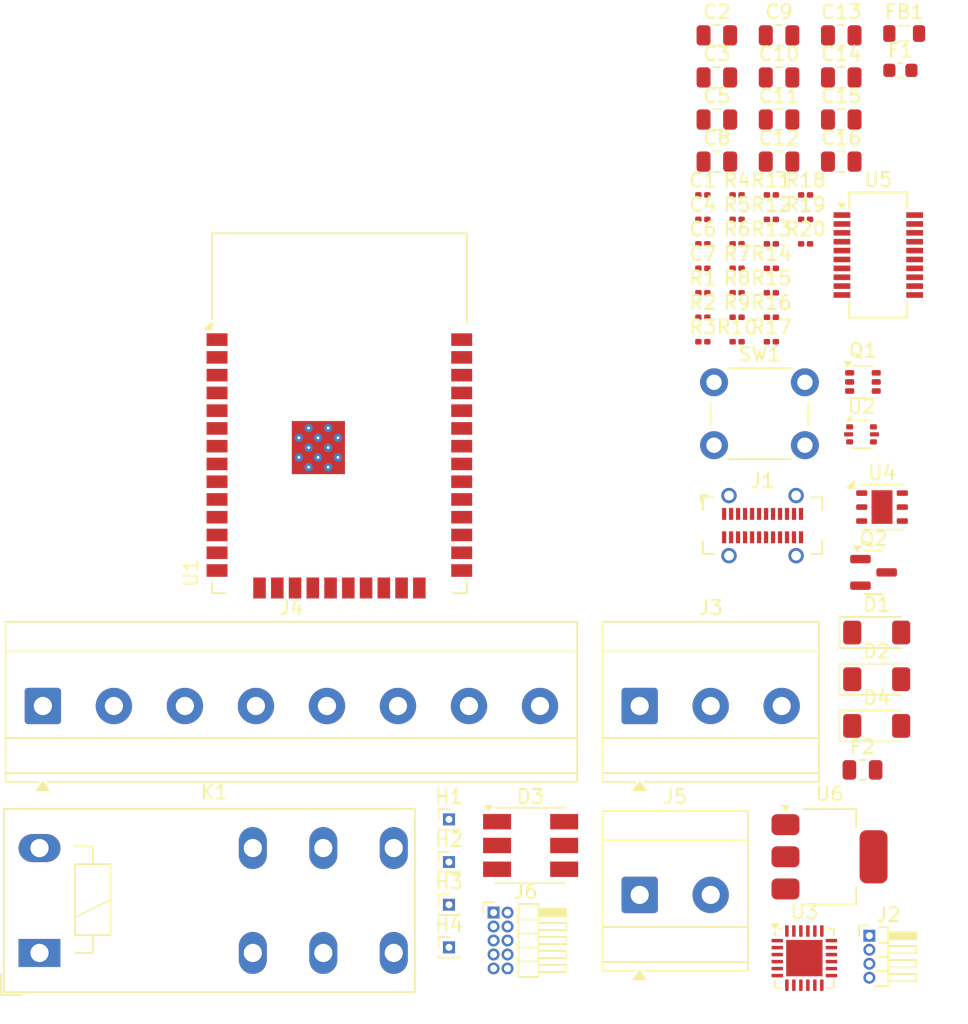
<source format=kicad_pcb>
(kicad_pcb (version 20241229) (generator "pcbnew") (generator_version "9.0")
  (layers (0 "F.Cu" signal) (2 "B.Cu" signal) (13 "F.Paste" user) (15 "B.Paste" user) (5 "F.SilkS" user "F.Silkscreen") (7 "B.SilkS" user "B.Silkscreen") (1 "F.Mask" user) (3 "B.Mask" user) (25 "Edge.Cuts" user))
  (net 0 "")
  (net 1 "GND")
  (net 2 "Net-(J5-Pin_1)")
  (net 3 "+5V")
  (net 4 "+3.3VA")
  (net 5 "Net-(U3-VPP)")
  (net 6 "+3.3V")
  (net 7 "/SW")
  (net 8 "/EN")
  (net 9 "Net-(D1-A)")
  (net 10 "Net-(D2-A)")
  (net 11 "Net-(D3-RK)")
  (net 12 "Net-(D3-GK)")
  (net 13 "Net-(D3-BK)")
  (net 14 "Net-(D4-A)")
  (net 15 "Net-(J4-Pin_1)")
  (net 16 "Net-(F2-Pad1)")
  (net 17 "Net-(J1-D+-PadA6)")
  (net 19 "Net-(J1-D--PadA7)")
  (net 21 "Net-(J1-CC1)")
  (net 22 "Net-(J1-CC2)")
  (net 23 "/SCL")
  (net 24 "/SDA")
  (net 25 "Net-(J3-Pin_2)")
  (net 26 "Net-(J3-Pin_1)")
  (net 27 "Net-(J3-Pin_3)")
  (net 28 "Net-(J4-Pin_3)")
  (net 29 "Net-(J4-Pin_4)")
  (net 30 "Net-(J4-Pin_5)")
  (net 31 "Net-(J4-Pin_6)")
  (net 32 "/GPIO34")
  (net 33 "/GPIO27")
  (net 34 "/GPIO35")
  (net 35 "/GPIO26")
  (net 36 "/GPIO33")
  (net 37 "/GPIO32")
  (net 38 "/DTR")
  (net 39 "/RTS")
  (net 40 "/IO0")
  (net 41 "Net-(Q2-B)")
  (net 42 "Net-(U3-~{RST})")
  (net 43 "Net-(U3-TXD)")
  (net 44 "/TX")
  (net 45 "Net-(U3-RXD)")
  (net 46 "/RX")
  (net 47 "/LED_R")
  (net 48 "/LED_G")
  (net 49 "/LED_B")
  (net 50 "/RELAY")
  (net 51 "Net-(U5-B0)")
  (net 52 "Net-(U5-B1)")
  (net 54 "Net-(U5-B3)")
  (net 56 "/LEDSTR1")
  (net 61 "/LEDSTR2")
  (net 63 "/LEDSTR4")
  (net 70 "/LEDSTR3")
  (net 72 "Net-(U3-D+)")
  (net 73 "+5VP")
  (net 74 "Net-(U3-D-)")
  (footprint "Resistor_SMD:R_0201_0603Metric" (layer "F.Cu") (at 161.215 74.02)
    (property "Reference" "R3" (at 0 -1.05 0) (layer "F.SilkS"))
    (property "Value" "10K")
    (pad "1" smd roundrect (at -0.32 0) (size 0.46 0.4) (layers "F.Cu" "F.Mask") (net 4 "+3.3VA"))
    (pad "2" smd roundrect (at 0.32 0) (size 0.46 0.4) (layers "F.Cu" "F.Mask") (net 42 "Net-(U3-~{RST})"))
  )
  (footprint "Connector_PinHeader_1.00mm:PinHeader_1x01_P1.00mm_Vertical" (layer "F.Cu") (at 143.055 111.23)
    (property "Reference" "H2" (at 0 -1.61 0) (layer "F.SilkS"))
    (property "Value" "Hole_Pad")
    (pad "1" thru_hole rect (at 0 0) (size 0.85 0.85) (drill 0.5) (layers "*.Cu" "*.Mask") (net 1 "GND"))
  )
  (footprint "Capacitor_SMD:C_0805_2012Metric" (layer "F.Cu") (at 171.115 52.11)
    (property "Reference" "C13" (at 0 -1.68 0) (layer "F.SilkS"))
    (property "Value" "100n")
    (pad "1" smd roundrect (at -0.95 0) (size 1 1.45) (layers "F.Cu" "F.Mask" "F.Paste") (net 6 "+3.3V"))
    (pad "2" smd roundrect (at 0.95 0) (size 1 1.45) (layers "F.Cu" "F.Mask" "F.Paste") (net 1 "GND"))
  )
  (footprint "TerminalBlock_Phoenix:TerminalBlock_Phoenix_MKDS-3-2-5.08_1x02_P5.08mm_Horizontal" (layer "F.Cu") (at 156.695 113.58)
    (property "Reference" "J5" (at 2.54 -7.02 0) (layer "F.SilkS"))
    (property "Value" "Screw_01x02")
    (pad "1" thru_hole roundrect (at 0 0) (size 2.6 2.6) (drill 1.3) (layers "*.Cu" "*.Mask") (roundrect_rratio 0.096154) (net 2 "Net-(J5-Pin_1)"))
    (pad "2" thru_hole circle (at 5.08 0) (size 2.6 2.6) (drill 1.3) (layers "*.Cu" "*.Mask") (net 1 "GND"))
  )
  (footprint "Resistor_SMD:R_0201_0603Metric" (layer "F.Cu") (at 166.115 74.02)
    (property "Reference" "R17" (at 0 -1.05 0) (layer "F.SilkS"))
    (property "Value" "22R")
    (pad "1" smd roundrect (at -0.32 0) (size 0.46 0.4) (layers "F.Cu" "F.Mask") (net 51 "Net-(U5-B0)"))
    (pad "2" smd roundrect (at 0.32 0) (size 0.46 0.4) (layers "F.Cu" "F.Mask") (net 28 "Net-(J4-Pin_3)"))
  )
  (footprint "Connector_PinHeader_1.00mm:PinHeader_1x04_P1.00mm_Horizontal" (layer "F.Cu") (at 173.125 116.5)
    (property "Reference" "J2" (at 1.375 -1.5 0) (layer "F.SilkS"))
    (property "Value" "Conn_01x04")
    (pad "1" thru_hole rect (at 0 0) (size 0.85 0.85) (drill 0.5) (layers "*.Cu" "*.Mask") (net 1 "GND"))
    (pad "2" thru_hole circle (at 0 1) (size 0.85 0.85) (drill 0.5) (layers "*.Cu" "*.Mask") (net 6 "+3.3V"))
    (pad "3" thru_hole circle (at 0 2) (size 0.85 0.85) (drill 0.5) (layers "*.Cu" "*.Mask") (net 24 "/SDA"))
    (pad "4" thru_hole circle (at 0 3) (size 0.85 0.85) (drill 0.5) (layers "*.Cu" "*.Mask") (net 23 "/SCL"))
  )
  (footprint "LED_SMD:LED_RGB_5050-6" (layer "F.Cu") (at 148.895 110.045)
    (property "Reference" "D3" (at 0 -3.5 180) (layer "F.SilkS"))
    (property "Value" "LED_RGBA")
    (pad "1" smd rect (at -2.4 -1.7 90) (size 1.1 2) (layers "F.Cu" "F.Mask" "F.Paste") (net 11 "Net-(D3-RK)"))
    (pad "2" smd rect (at -2.4 0 90) (size 1.1 2) (layers "F.Cu" "F.Mask" "F.Paste") (net 12 "Net-(D3-GK)"))
    (pad "3" smd rect (at -2.4 1.7 90) (size 1.1 2) (layers "F.Cu" "F.Mask" "F.Paste") (net 13 "Net-(D3-BK)"))
    (pad "4" smd rect (at 2.4 1.7 90) (size 1.1 2) (layers "F.Cu" "F.Mask" "F.Paste") (net 6 "+3.3V"))
    (pad "5" smd rect (at 2.4 0 90) (size 1.1 2) (layers "F.Cu" "F.Mask" "F.Paste"))
    (pad "6" smd rect (at 2.4 -1.7 90) (size 1.1 2) (layers "F.Cu" "F.Mask" "F.Paste"))
  )
  (footprint "Capacitor_SMD:C_0201_0603Metric" (layer "F.Cu") (at 161.215 65.27)
    (property "Reference" "C4" (at 0 -1.05 0) (layer "F.SilkS"))
    (property "Value" "4u7")
    (pad "1" smd roundrect (at -0.32 0) (size 0.46 0.4) (layers "F.Cu" "F.Mask") (net 3 "+5V"))
    (pad "2" smd roundrect (at 0.32 0) (size 0.46 0.4) (layers "F.Cu" "F.Mask") (net 1 "GND"))
  )
  (footprint "Package_TO_SOT_SMD:SOT-223-3_TabPin2" (layer "F.Cu") (at 170.275 110.855)
    (property "Reference" "U6" (at 0 -4.5 0) (layer "F.SilkS"))
    (property "Value" "TLV1117TV-3.3")
    (pad "1" smd roundrect (at -3.15 -2.3) (size 2 1.5) (layers "F.Cu" "F.Mask" "F.Paste") (net 1 "GND"))
    (pad "2" smd roundrect (at -3.15 0) (size 2 1.5) (layers "F.Cu" "F.Mask" "F.Paste") (net 6 "+3.3V"))
    (pad "2" smd roundrect (at 3.15 0) (size 2 3.8) (layers "F.Cu" "F.Mask" "F.Paste") (net 6 "+3.3V"))
    (pad "3" smd roundrect (at -3.15 2.3) (size 2 1.5) (layers "F.Cu" "F.Mask" "F.Paste") (net 3 "+5V"))
  )
  (footprint "Connector_PinHeader_1.00mm:PinHeader_2x05_P1.00mm_Horizontal" (layer "F.Cu") (at 146.245 114.84)
    (property "Reference" "J6" (at 2.3 -1.5 0) (layer "F.SilkS"))
    (property "Value" "Conn_02x05_Odd_Even")
    (pad "1" thru_hole rect (at 0 0) (size 0.85 0.85) (drill 0.5) (layers "*.Cu" "*.Mask") (net 6 "+3.3V"))
    (pad "2" thru_hole circle (at 1 0) (size 0.85 0.85) (drill 0.5) (layers "*.Cu" "*.Mask") (net 6 "+3.3V"))
    (pad "3" thru_hole circle (at 0 1) (size 0.85 0.85) (drill 0.5) (layers "*.Cu" "*.Mask") (net 35 "/GPIO26"))
    (pad "4" thru_hole circle (at 1 1) (size 0.85 0.85) (drill 0.5) (layers "*.Cu" "*.Mask") (net 36 "/GPIO33"))
    (pad "5" thru_hole circle (at 0 2) (size 0.85 0.85) (drill 0.5) (layers "*.Cu" "*.Mask") (net 33 "/GPIO27"))
    (pad "6" thru_hole circle (at 1 2) (size 0.85 0.85) (drill 0.5) (layers "*.Cu" "*.Mask") (net 32 "/GPIO34"))
    (pad "7" thru_hole circle (at 0 3) (size 0.85 0.85) (drill 0.5) (layers "*.Cu" "*.Mask") (net 37 "/GPIO32"))
    (pad "8" thru_hole circle (at 1 3) (size 0.85 0.85) (drill 0.5) (layers "*.Cu" "*.Mask") (net 34 "/GPIO35"))
    (pad "9" thru_hole circle (at 0 4) (size 0.85 0.85) (drill 0.5) (layers "*.Cu" "*.Mask") (net 1 "GND"))
    (pad "10" thru_hole circle (at 1 4) (size 0.85 0.85) (drill 0.5) (layers "*.Cu" "*.Mask") (net 1 "GND"))
  )
  (footprint "Capacitor_SMD:C_0805_2012Metric" (layer "F.Cu") (at 162.215 58.13)
    (property "Reference" "C5" (at 0 -1.68 0) (layer "F.SilkS"))
    (property "Value" "22u")
    (pad "1" smd roundrect (at -0.95 0) (size 1 1.45) (layers "F.Cu" "F.Mask" "F.Paste") (net 4 "+3.3VA"))
    (pad "2" smd roundrect (at 0.95 0) (size 1 1.45) (layers "F.Cu" "F.Mask" "F.Paste") (net 1 "GND"))
  )
  (footprint "Capacitor_SMD:C_0805_2012Metric" (layer "F.Cu") (at 162.215 61.14)
    (property "Reference" "C8" (at 0 -1.68 0) (layer "F.SilkS"))
    (property "Value" "22u")
    (pad "1" smd roundrect (at -0.95 0) (size 1 1.45) (layers "F.Cu" "F.Mask" "F.Paste") (net 3 "+5V"))
    (pad "2" smd roundrect (at 0.95 0) (size 1 1.45) (layers "F.Cu" "F.Mask" "F.Paste") (net 1 "GND"))
  )
  (footprint "Capacitor_SMD:C_0201_0603Metric" (layer "F.Cu") (at 161.215 67.02)
    (property "Reference" "C6" (at 0 -1.05 0) (layer "F.SilkS"))
    (property "Value" "100")
    (pad "1" smd roundrect (at -0.32 0) (size 0.46 0.4) (layers "F.Cu" "F.Mask") (net 4 "+3.3VA"))
    (pad "2" smd roundrect (at 0.32 0) (size 0.46 0.4) (layers "F.Cu" "F.Mask") (net 1 "GND"))
  )
  (footprint "Resistor_SMD:R_0201_0603Metric" (layer "F.Cu") (at 168.565 67.02)
    (property "Reference" "R20" (at 0 -1.05 0) (layer "F.SilkS"))
    (property "Value" "22R")
    (pad "1" smd roundrect (at -0.32 0) (size 0.46 0.4) (layers "F.Cu" "F.Mask") (net 54 "Net-(U5-B3)"))
    (pad "2" smd roundrect (at 0.32 0) (size 0.46 0.4) (layers "F.Cu" "F.Mask") (net 31 "Net-(J4-Pin_6)"))
  )
  (footprint "Capacitor_SMD:C_0805_2012Metric" (layer "F.Cu") (at 162.215 55.12)
    (property "Reference" "C3" (at 0 -1.68 0) (layer "F.SilkS"))
    (property "Value" "100n")
    (pad "1" smd roundrect (at -0.95 0) (size 1 1.45) (layers "F.Cu" "F.Mask" "F.Paste") (net 3 "+5V"))
    (pad "2" smd roundrect (at 0.95 0) (size 1 1.45) (layers "F.Cu" "F.Mask" "F.Paste") (net 1 "GND"))
  )
  (footprint "Diode_SMD:D_MiniMELF" (layer "F.Cu") (at 173.65 98.155)
    (property "Reference" "D2" (at 0 -2 0) (layer "F.SilkS"))
    (property "Value" "LED")
    (pad "1" smd roundrect (at -1.75 0) (size 1.3 1.7) (layers "F.Cu" "F.Mask" "F.Paste") (roundrect_rratio 0.1923076923) (net 9 "Net-(D1-A)"))
    (pad "2" smd roundrect (at 1.75 0) (size 1.3 1.7) (layers "F.Cu" "F.Mask" "F.Paste") (roundrect_rratio 0.1923076923) (net 10 "Net-(D2-A)"))
  )
  (footprint "Resistor_SMD:R_0201_0603Metric" (layer "F.Cu") (at 163.665 65.27)
    (property "Reference" "R5" (at 0 -1.05 0) (layer "F.SilkS"))
    (property "Value" "22R")
    (pad "1" smd roundrect (at -0.32 0) (size 0.46 0.4) (layers "F.Cu" "F.Mask") (net 45 "Net-(U3-RXD)"))
    (pad "2" smd roundrect (at 0.32 0) (size 0.46 0.4) (layers "F.Cu" "F.Mask") (net 46 "/RX"))
  )
  (footprint "Capacitor_SMD:C_0805_2012Metric" (layer "F.Cu") (at 166.665 55.12)
    (property "Reference" "C10" (at 0 -1.68 0) (layer "F.SilkS"))
    (property "Value" "100n")
    (pad "1" smd roundrect (at -0.95 0) (size 1 1.45) (layers "F.Cu" "F.Mask" "F.Paste") (net 7 "/SW"))
    (pad "2" smd roundrect (at 0.95 0) (size 1 1.45) (layers "F.Cu" "F.Mask" "F.Paste") (net 1 "GND"))
  )
  (footprint "Resistor_SMD:R_0201_0603Metric" (layer "F.Cu") (at 166.115 63.52)
    (property "Reference" "R11" (at 0 -1.05 0) (layer "F.SilkS"))
    (property "Value" "10K")
    (pad "1" smd roundrect (at -0.32 0) (size 0.46 0.4) (layers "F.Cu" "F.Mask") (net 6 "+3.3V"))
    (pad "2" smd roundrect (at 0.32 0) (size 0.46 0.4) (layers "F.Cu" "F.Mask") (net 8 "/EN"))
  )
  (footprint "Capacitor_SMD:C_0805_2012Metric" (layer "F.Cu") (at 162.215 52.11)
    (property "Reference" "C2" (at 0 -1.68 0) (layer "F.SilkS"))
    (property "Value" "22u")
    (pad "1" smd roundrect (at -0.95 0) (size 1 1.45) (layers "F.Cu" "F.Mask" "F.Paste") (net 3 "+5V"))
    (pad "2" smd roundrect (at 0.95 0) (size 1 1.45) (layers "F.Cu" "F.Mask" "F.Paste") (net 1 "GND"))
  )
  (footprint "Relay_THT:Relay_SPDT_Schrack-RT1-16A-FormC_RM5mm" (layer "F.Cu") (at 113.765 117.73)
    (property "Reference" "K1" (at 12.5 -11.5 0) (layer "F.SilkS"))
    (property "Value" "RT314A05")
    (pad "11" thru_hole oval (at 20.3 -7.5 180) (size 2 3) (drill 1.3) (layers "*.Cu" "*.Mask") (net 25 "Net-(J3-Pin_2)"))
    (pad "11" thru_hole oval (at 20.3 0 180) (size 2 3) (drill 1.3) (layers "*.Cu" "*.Mask") (net 25 "Net-(J3-Pin_2)"))
    (pad "12" thru_hole oval (at 15.26 -7.5 180) (size 2 3) (drill 1.3) (layers "*.Cu" "*.Mask") (net 26 "Net-(J3-Pin_1)"))
    (pad "12" thru_hole oval (at 15.26 0 180) (size 2 3) (drill 1.3) (layers "*.Cu" "*.Mask") (net 26 "Net-(J3-Pin_1)"))
    (pad "14" thru_hole oval (at 25.34 -7.5 180) (size 2 3) (drill 1.3) (layers "*.Cu" "*.Mask") (net 27 "Net-(J3-Pin_3)"))
    (pad "14" thru_hole oval (at 25.34 0 180) (size 2 3) (drill 1.3) (layers "*.Cu" "*.Mask") (net 27 "Net-(J3-Pin_3)"))
    (pad "A1" thru_hole rect (at 0 0 180) (size 3 2) (drill 1.3) (layers "*.Cu" "*.Mask") (net 3 "+5V"))
    (pad "A2" thru_hole oval (at 0 -7.5 180) (size 3 2) (drill 1.3) (layers "*.Cu" "*.Mask") (net 9 "Net-(D1-A)"))
  )
  (footprint "Inductor_SMD:L_0805_2012Metric" (layer "F.Cu") (at 175.615 51.98)
    (property "Reference" "FB1" (at 0 -1.55 0) (layer "F.SilkS"))
    (property "Value" "BM21PG221")
    (pad "1" smd roundrect (at -1.0625 0) (size 0.875 1.2) (layers "F.Cu" "F.Mask" "F.Paste") (net 3 "+5V"))
    (pad "2" smd roundrect (at 1.0625 0) (size 0.875 1.2) (layers "F.Cu" "F.Mask" "F.Paste") (net 16 "Net-(F2-Pad1)"))
  )
  (footprint "Resistor_SMD:R_0201_0603Metric" (layer "F.Cu") (at 163.665 68.77)
    (property "Reference" "R7" (at 0 -1.05 0) (layer "F.SilkS"))
    (property "Value" "10K")
    (pad "1" smd roundrect (at -0.32 0) (size 0.46 0.4) (layers "F.Cu" "F.Mask") (net 6 "+3.3V"))
    (pad "2" smd roundrect (at 0.32 0) (size 0.46 0.4) (layers "F.Cu" "F.Mask") (net 7 "/SW"))
  )
  (footprint "Package_TO_SOT_SMD:SOT-363_SC-70-6" (layer "F.Cu") (at 172.665 76.895)
    (property "Reference" "Q1" (at 0 -2.25 0) (layer "F.SilkS"))
    (property "Value" "UMH3N")
    (pad "1" smd roundrect (at -0.95 -0.65) (size 0.65 0.4) (layers "F.Cu" "F.Mask" "F.Paste") (net 38 "/DTR"))
    (pad "2" smd roundrect (at -0.95 0) (size 0.65 0.4) (layers "F.Cu" "F.Mask" "F.Paste") (net 39 "/RTS"))
    (pad "3" smd roundrect (at -0.95 0.65) (size 0.65 0.4) (layers "F.Cu" "F.Mask" "F.Paste") (net 39 "/RTS"))
    (pad "4" smd roundrect (at 0.95 0.65) (size 0.65 0.4) (layers "F.Cu" "F.Mask" "F.Paste") (net 8 "/EN"))
    (pad "5" smd roundrect (at 0.95 0) (size 0.65 0.4) (layers "F.Cu" "F.Mask" "F.Paste") (net 38 "/DTR"))
    (pad "6" smd roundrect (at 0.95 -0.65) (size 0.65 0.4) (layers "F.Cu" "F.Mask" "F.Paste") (net 40 "/IO0"))
  )
  (footprint "Resistor_SMD:R_0201_0603Metric" (layer "F.Cu") (at 161.215 70.52)
    (property "Reference" "R1" (at 0 -1.05 0) (layer "F.SilkS"))
    (property "Value" "10K")
    (pad "1" smd roundrect (at -0.32 0) (size 0.46 0.4) (layers "F.Cu" "F.Mask") (net 22 "Net-(J1-CC2)"))
    (pad "2" smd roundrect (at 0.32 0) (size 0.46 0.4) (layers "F.Cu" "F.Mask") (net 1 "GND"))
  )
  (footprint "Resistor_SMD:R_0201_0603Metric" (layer "F.Cu") (at 166.115 70.52)
    (property "Reference" "R15" (at 0 -1.05 0) (layer "F.SilkS"))
    (property "Value" "1K")
    (pad "1" smd roundrect (at -0.32 0) (size 0.46 0.4) (layers "F.Cu" "F.Mask") (net 50 "/RELAY"))
    (pad "2" smd roundrect (at 0.32 0) (size 0.46 0.4) (layers "F.Cu" "F.Mask") (net 41 "Net-(Q2-B)"))
  )
  (footprint "Resistor_SMD:R_0201_0603Metric" (layer "F.Cu") (at 163.665 70.52)
    (property "Reference" "R8" (at 0 -1.05 0) (layer "F.SilkS"))
    (property "Value" "1K")
    (pad "1" smd roundrect (at -0.32 0) (size 0.46 0.4) (layers "F.Cu" "F.Mask") (net 47 "/LED_R"))
    (pad "2" smd roundrect (at 0.32 0) (size 0.46 0.4) (layers "F.Cu" "F.Mask") (net 11 "Net-(D3-RK)"))
  )
  (footprint "Package_DFN_QFN:DFN-6-1EP_3x3mm_P1mm_EP1.5x2.4mm" (layer "F.Cu") (at 174.03 85.845)
    (property "Reference" "U4" (at 0 -2.45 0) (layer "F.SilkS"))
    (property "Value" "Si7021-A20")
    (pad "1" smd roundrect (at -1.45 -1) (size 0.8 0.4) (layers "F.Cu" "F.Mask" "F.Paste") (net 24 "/SDA"))
    (pad "2" smd roundrect (at -1.45 0) (size 0.8 0.4) (layers "F.Cu" "F.Mask" "F.Paste") (net 1 "GND"))
    (pad "3" smd roundrect (at -1.45 1) (size 0.8 0.4) (layers "F.Cu" "F.Mask" "F.Paste"))
    (pad "4" smd roundrect (at 1.45 1) (size 0.8 0.4) (layers "F.Cu" "F.Mask" "F.Paste"))
    (pad "5" smd roundrect (at 1.45 0) (size 0.8 0.4) (layers "F.Cu" "F.Mask" "F.Paste") (net 6 "+3.3V"))
    (pad "6" smd roundrect (at 1.45 -1) (size 0.8 0.4) (layers "F.Cu" "F.Mask" "F.Paste") (net 23 "/SCL"))
    (pad "7" smd rect (at 0 0) (size 1.5 2.4) (property pad_prop_heatsink) (layers "F.Cu" "F.Mask"))
  )
  (footprint "Resistor_SMD:R_0201_0603Metric" (layer "F.Cu") (at 161.215 72.27)
    (property "Reference" "R2" (at 0 -1.05 0) (layer "F.SilkS"))
    (property "Value" "10K")
    (pad "1" smd roundrect (at -0.32 0) (size 0.46 0.4) (layers "F.Cu" "F.Mask") (net 21 "Net-(J1-CC1)"))
    (pad "2" smd roundrect (at 0.32 0) (size 0.46 0.4) (layers "F.Cu" "F.Mask") (net 1 "GND"))
  )
  (footprint "Diode_SMD:D_MiniMELF" (layer "F.Cu") (at 173.65 101.495)
    (property "Reference" "D4" (at 0 -2 0) (layer "F.SilkS"))
    (property "Value" "LED")
    (pad "1" smd roundrect (at -1.75 0) (size 1.3 1.7) (layers "F.Cu" "F.Mask" "F.Paste") (roundrect_rratio 0.1923076923) (net 1 "GND"))
    (pad "2" smd roundrect (at 1.75 0) (size 1.3 1.7) (layers "F.Cu" "F.Mask" "F.Paste") (roundrect_rratio 0.1923076923) (net 14 "Net-(D4-A)"))
  )
  (footprint "Capacitor_SMD:C_0805_2012Metric" (layer "F.Cu") (at 171.115 58.13)
    (property "Reference" "C15" (at 0 -1.68 0) (layer "F.SilkS"))
    (property "Value" "100n")
    (pad "1" smd roundrect (at -0.95 0) (size 1 1.45) (layers "F.Cu" "F.Mask" "F.Paste") (net 6 "+3.3V"))
    (pad "2" smd roundrect (at 0.95 0) (size 1 1.45) (layers "F.Cu" "F.Mask" "F.Paste") (net 1 "GND"))
  )
  (footprint "Resistor_SMD:R_0201_0603Metric" (layer "F.Cu") (at 166.115 72.27)
    (property "Reference" "R16" (at 0 -1.05 0) (layer "F.SilkS"))
    (property "Value" "1K")
    (pad "1" smd roundrect (at -0.32 0) (size 0.46 0.4) (layers "F.Cu" "F.Mask") (net 10 "Net-(D2-A)"))
    (pad "2" smd roundrect (at 0.32 0) (size 0.46 0.4) (layers "F.Cu" "F.Mask") (net 3 "+5V"))
  )
  (footprint "Diode_SMD:D_MiniMELF" (layer "F.Cu") (at 173.65 94.815)
    (property "Reference" "D1" (at 0 -2 0) (layer "F.SilkS"))
    (property "Value" "LL4148")
    (pad "1" smd roundrect (at -1.75 0) (size 1.3 1.7) (layers "F.Cu" "F.Mask" "F.Paste") (roundrect_rratio 0.1923076923) (net 3 "+5V"))
    (pad "2" smd roundrect (at 1.75 0) (size 1.3 1.7) (layers "F.Cu" "F.Mask" "F.Paste") (roundrect_rratio 0.1923076923) (net 9 "Net-(D1-A)"))
  )
  (footprint "Resistor_SMD:R_0201_0603Metric" (layer "F.Cu") (at 163.665 74.02)
    (property "Reference" "R10" (at 0 -1.05 0) (layer "F.SilkS"))
    (property "Value" "1K")
    (pad "1" smd roundrect (at -0.32 0) (size 0.46 0.4) (layers "F.Cu" "F.Mask") (net 49 "/LED_B"))
    (pad "2" smd roundrect (at 0.32 0) (size 0.46 0.4) (layers "F.Cu" "F.Mask") (net 13 "Net-(D3-BK)"))
  )
  (footprint "Capacitor_SMD:C_0201_0603Metric" (layer "F.Cu") (at 161.215 68.77)
    (property "Reference" "C7" (at 0 -1.05 0) (layer "F.SilkS"))
    (property "Value" "4u7")
    (pad "1" smd roundrect (at -0.32 0) (size 0.46 0.4) (layers "F.Cu" "F.Mask") (net 5 "Net-(U3-VPP)"))
    (pad "2" smd roundrect (at 0.32 0) (size 0.46 0.4) (layers "F.Cu" "F.Mask") (net 1 "GND"))
  )
  (footprint "Connector_PinHeader_1.00mm:PinHeader_1x01_P1.00mm_Vertical" (layer "F.Cu") (at 143.055 117.33)
    (property "Reference" "H4" (at 0 -1.61 0) (layer "F.SilkS"))
    (property "Value" "Hole_Pad")
    (pad "1" thru_hole rect (at 0 0) (size 0.85 0.85) (drill 0.5) (layers "*.Cu" "*.Mask") (net 1 "GND"))
  )
  (footprint "Resistor_SMD:R_0201_0603Metric" (layer "F.Cu") (at 168.565 63.52)
    (property "Reference" "R18" (at 0 -1.05 0) (layer "F.SilkS"))
    (property "Value" "22R")
    (pad "1" smd roundrect (at -0.32 0) (size 0.46 0.4) (layers "F.Cu" "F.Mask") (net 52 "Net-(U5-B1)"))
    (pad "2" smd roundrect (at 0.32 0) (size 0.46 0.4) (layers "F.Cu" "F.Mask") (net 29 "Net-(J4-Pin_4)"))
  )
  (footprint "RF_Module:ESP32-WROOM-32D" (layer "F.Cu") (at 135.215 82.12)
    (property "Reference" "U1" (at -10.61 8.43 90) (layer "F.SilkS"))
    (property "Value" "ESP32-WROOM-32D")
    (pad "1" smd rect (at -8.75 -8.25) (size 1.5 0.9) (layers "F.Cu" "F.Mask" "F.Paste") (net 1 "GND"))
    (pad "2" smd rect (at -8.75 -6.98) (size 1.5 0.9) (layers "F.Cu" "F.Mask" "F.Paste") (net 6 "+3.3V"))
    (pad "3" smd rect (at -8.75 -5.71) (size 1.5 0.9) (layers "F.Cu" "F.Mask" "F.Paste") (net 8 "/EN"))
    (pad "4" smd rect (at -8.75 -4.44) (size 1.5 0.9) (layers "F.Cu" "F.Mask" "F.Paste"))
    (pad "5" smd rect (at -8.75 -3.17) (size 1.5 0.9) (layers "F.Cu" "F.Mask" "F.Paste"))
    (pad "6" smd rect (at -8.75 -1.9) (size 1.5 0.9) (layers "F.Cu" "F.Mask" "F.Paste") (net 32 "/GPIO34"))
    (pad "7" smd rect (at -8.75 -0.63) (size 1.5 0.9) (layers "F.Cu" "F.Mask" "F.Paste") (net 34 "/GPIO35"))
    (pad "8" smd rect (at -8.75 0.64) (size 1.5 0.9) (layers "F.Cu" "F.Mask" "F.Paste") (net 37 "/GPIO32"))
    (pad "9" smd rect (at -8.75 1.91) (size 1.5 0.9) (layers "F.Cu" "F.Mask" "F.Paste") (net 36 "/GPIO33"))
    (pad "10" smd rect (at -8.75 3.18) (size 1.5 0.9) (layers "F.Cu" "F.Mask" "F.Paste") (net 50 "/RELAY"))
    (pad "11" smd rect (at -8.75 4.45) (size 1.5 0.9) (layers "F.Cu" "F.Mask" "F.Paste") (net 35 "/GPIO26"))
    (pad "12" smd rect (at -8.75 5.72) (size 1.5 0.9) (layers "F.Cu" "F.Mask" "F.Paste") (net 33 "/GPIO27"))
    (pad "13" smd rect (at -8.75 6.99) (size 1.5 0.9) (layers "F.Cu" "F.Mask" "F.Paste") (net 49 "/LED_B"))
    (pad "14" smd rect (at -8.75 8.26) (size 1.5 0.9) (layers "F.Cu" "F.Mask" "F.Paste"))
    (pad "15" smd rect (at -5.71 9.51 90) (size 1.5 0.9) (layers "F.Cu" "F.Mask" "F.Paste") (net 1 "GND"))
    (pad "16" smd rect (at -4.44 9.51 90) (size 1.5 0.9) (layers "F.Cu" "F.Mask" "F.Paste") (net 47 "/LED_R"))
    (pad "17" smd rect (at -3.17 9.51 90) (size 1.5 0.9) (layers "F.Cu" "F.Mask" "F.Paste"))
    (pad "18" smd rect (at -1.9 9.51 90) (size 1.5 0.9) (layers "F.Cu" "F.Mask" "F.Paste"))
    (pad "19" smd rect (at -0.63 9.51 90) (size 1.5 0.9) (layers "F.Cu" "F.Mask" "F.Paste"))
    (pad "20" smd rect (at 0.64 9.51 90) (size 1.5 0.9) (layers "F.Cu" "F.Mask" "F.Paste"))
    (pad "21" smd rect (at 1.91 9.51 90) (size 1.5 0.9) (layers "F.Cu" "F.Mask" "F.Paste"))
    (pad "22" smd rect (at 3.18 9.51 90) (size 1.5 0.9) (layers "F.Cu" "F.Mask" "F.Paste"))
    (pad "23" smd rect (at 4.45 9.51 90) (size 1.5 0.9) (layers "F.Cu" "F.Mask" "F.Paste") (net 48 "/LED_G"))
    (pad "24" smd rect (at 5.72 9.51 90) (size 1.5 0.9) (layers "F.Cu" "F.Mask" "F.Paste"))
    (pad "25" smd rect (at 8.75 8.26) (size 1.5 0.9) (layers "F.Cu" "F.Mask" "F.Paste") (net 40 "/IO0"))
    (pad "26" smd rect (at 8.75 6.99) (size 1.5 0.9) (layers "F.Cu" "F.Mask" "F.Paste"))
    (pad "27" smd rect (at 8.75 5.72) (size 1.5 0.9) (layers "F.Cu" "F.Mask" "F.Paste") (net 56 "/LEDSTR1"))
    (pad "28" smd rect (at 8.75 4.45) (size 1.5 0.9) (layers "F.Cu" "F.Mask" "F.Paste") (net 61 "/LEDSTR2"))
    (pad "29" smd rect (at 8.75 3.18) (size 1.5 0.9) (layers "F.Cu" "F.Mask" "F.Paste"))
    (pad "30" smd rect (at 8.75 1.91) (size 1.5 0.9) (layers "F.Cu" "F.Mask" "F.Paste") (net 70 "/LEDSTR3"))
    (pad "31" smd rect (at 8.75 0.64) (size 1.5 0.9) (layers "F.Cu" "F.Mask" "F.Paste") (net 63 "/LEDSTR4"))
    (pad "32" smd rect (at 8.75 -0.63) (size 1.5 0.9) (layers "F.Cu" "F.Mask" "F.Paste"))
    (pad "33" smd rect (at 8.75 -1.9) (size 1.5 0.9) (layers "F.Cu" "F.Mask" "F.Paste") (net 7 "/SW"))
    (pad "34" smd rect (at 8.75 -3.17) (size 1.5 0.9) (layers "F.Cu" "F.Mask" "F.Paste") (net 46 "/RX"))
    (pad "35" smd rect (at 8.75 -4.44) (size 1.5 0.9) (layers "F.Cu" "F.Mask" "F.Paste") (net 44 "/TX"))
    (pad "36" smd rect (at 8.75 -5.71) (size 1.5 0.9) (layers "F.Cu" "F.Mask" "F.Paste") (net 24 "/SDA"))
    (pad "37" smd rect (at 8.75 -6.98) (size 1.5 0.9) (layers "F.Cu" "F.Mask" "F.Paste") (net 23 "/SCL"))
    (pad "38" smd rect (at 8.75 -8.25) (size 1.5 0.9) (layers "F.Cu" "F.Mask" "F.Paste") (net 1 "GND"))
    (pad "39" smd rect (at -2.9 -1.93) (size 0.9 0.9) (layers "F.Cu" "F.Paste") (net 1 "GND"))
    (pad "39" thru_hole circle (at -2.9 -1.23) (size 0.6 0.6) (drill 0.2) (property pad_prop_heatsink) (layers "*.Cu" "F.Mask") (net 1 "GND"))
    (pad "39" smd rect (at -2.9 -0.53) (size 0.9 0.9) (layers "F.Cu" "F.Paste") (net 1 "GND"))
    (pad "39" thru_hole circle (at -2.9 0.17) (size 0.6 0.6) (drill 0.2) (property pad_prop_heatsink) (layers "*.Cu" "F.Mask") (net 1 "GND"))
    (pad "39" smd rect (at -2.9 0.87) (size 0.9 0.9) (layers "F.Cu" "F.Paste") (net 1 "GND"))
    (pad "39" thru_hole circle (at -2.2 -1.93) (size 0.6 0.6) (drill 0.2) (property pad_prop_heatsink) (layers "*.Cu" "F.Mask") (net 1 "GND"))
    (pad "39" thru_hole circle (at -2.2 -0.53) (size 0.6 0.6) (drill 0.2) (property pad_prop_heatsink) (layers "*.Cu" "F.Mask") (net 1 "GND"))
    (pad "39" thru_hole circle (at -2.2 0.87) (size 0.6 0.6) (drill 0.2) (property pad_prop_heatsink) (layers "*.Cu" "F.Mask") (net 1 "GND"))
    (pad "39" thru_hole circle (at -1.525 -1.23) (size 0.6 0.6) (drill 0.2) (property pad_prop_heatsink) (layers "*.Cu" "F.Mask") (net 1 "GND"))
    (pad "39" thru_hole circle (at -1.525 0.17) (size 0.6 0.6) (drill 0.2) (property pad_prop_heatsink) (layers "*.Cu" "F.Mask") (net 1 "GND"))
    (pad "39" smd rect (at -1.5 -1.93) (size 0.9 0.9) (layers "F.Cu" "F.Paste") (net 1 "GND"))
    (pad "39" smd rect (at -1.5 -0.53) (size 0.9 0.9) (layers "F.Cu" "F.Paste") (net 1 "GND"))
    (pad "39" smd rect (at -1.5 -0.53) (size 3.8 3.8) (property pad_prop_heatsink) (layers "F.Cu" "F.Mask") (net 1 "GND"))
    (pad "39" smd rect (at -1.5 0.87) (size 0.9 0.9) (layers "F.Cu" "F.Paste") (net 1 "GND"))
    (pad "39" thru_hole circle (at -0.8 -1.93) (size 0.6 0.6) (drill 0.2) (property pad_prop_heatsink) (layers "*.Cu" "F.Mask") (net 1 "GND"))
    (pad "39" thru_hole circle (at -0.8 -0.53) (size 0.6 0.6) (drill 0.2) (property pad_prop_heatsink) (layers "*.Cu" "F.Mask") (net 1 "GND"))
    (pad "39" thru_hole circle (at -0.8 0.87) (size 0.6 0.6) (drill 0.2) (property pad_prop_heatsink) (layers "*.Cu" "F.Mask") (net 1 "GND"))
    (pad "39" smd rect (at -0.1 -1.93) (size 0.9 0.9) (layers "F.Cu" "F.Paste") (net 1 "GND"))
    (pad "39" thru_hole circle (at -0.1 -1.23) (size 0.6 0.6) (drill 0.2) (property pad_prop_heatsink) (layers "*.Cu" "F.Mask") (net 1 "GND"))
    (pad "39" smd rect (at -0.1 -0.53) (size 0.9 0.9) (layers "F.Cu" "F.Paste") (net 1 "GND"))
    (pad "39" thru_hole circle (at -0.1 0.17) (size 0.6 0.6) (drill 0.2) (property pad_prop_heatsink) (layers "*.Cu" "F.Mask") (net 1 "GND"))
    (pad "39" smd rect (at -0.1 0.87) (size 0.9 0.9) (layers "F.Cu" "F.Paste") (net 1 "GND"))
  )
  (footprint "Package_TO_SOT_SMD:SOT-666" (layer "F.Cu") (at 172.565 80.645)
    (property "Reference" "U2" (at 0 -2 0) (layer "F.SilkS"))
    (property "Value" "USBLC6-2P6")
    (pad "1" smd roundrect (at -0.85 -0.5375) (size 0.5 0.375) (layers "F.Cu" "F.Mask" "F.Paste") (net 74 "Net-(U3-D-)"))
    (pad "2" smd roundrect (at -0.925 0) (size 0.65 0.3) (layers "F.Cu" "F.Mask" "F.Paste") (net 1 "GND"))
    (pad "3" smd roundrect (at -0.85 0.5375) (size 0.5 0.375) (layers "F.Cu" "F.Mask" "F.Paste") (net 19 "Net-(J1-D--PadA7)"))
    (pad "4" smd roundrect (at 0.85 0.5375) (size 0.5 0.375) (layers "F.Cu" "F.Mask" "F.Paste") (net 17 "Net-(J1-D+-PadA6)"))
    (pad "5" smd roundrect (at 0.925 0) (size 0.65 0.3) (layers "F.Cu" "F.Mask" "F.Paste") (net 73 "+5VP"))
    (pad "6" smd roundrect (at 0.85 -0.5375) (size 0.5 0.375) (layers "F.Cu" "F.Mask" "F.Paste") (net 72 "Net-(U3-D+)"))
  )
  (footprint "Resistor_SMD:R_0201_0603Metric" (layer "F.Cu") (at 163.665 72.27)
    (property "Reference" "R9" (at 0 -1.05 0) (layer "F.SilkS"))
    (property "Value" "1K")
    (pad "1" smd roundrect (at -0.32 0) (size 0.46 0.4) (layers "F.Cu" "F.Mask") (net 48 "/LED_G"))
    (pad "2" smd roundrect (at 0.32 0) (size 0.46 0.4) (layers "F.Cu" "F.Mask") (net 12 "Net-(D3-GK)"))
  )
  (footprint "Capacitor_SMD:C_0805_2012Metric" (layer "F.Cu") (at 166.665 61.14)
    (property "Reference" "C12" (at 0 -1.68 0) (layer "F.SilkS"))
    (property "Value" "22u")
    (pad "1" smd roundrect (at -0.95 0) (size 1 1.45) (layers "F.Cu" "F.Mask" "F.Paste") (net 6 "+3.3V"))
    (pad "2" smd roundrect (at 0.95 0) (size 1 1.45) (layers "F.Cu" "F.Mask" "F.Paste") (net 1 "GND"))
  )
  (footprint "Connector_PinHeader_1.00mm:PinHeader_1x01_P1.00mm_Vertical" (layer "F.Cu") (at 143.055 108.18)
    (property "Reference" "H1" (at 0 -1.61 0) (layer "F.SilkS"))
    (property "Value" "Hole_Pad")
    (pad "1" thru_hole rect (at 0 0) (size 0.85 0.85) (drill 0.5) (layers "*.Cu" "*.Mask") (net 1 "GND"))
  )
  (footprint "Package_SO:SSOP-20_3.9x8.7mm_P0.635mm" (layer "F.Cu") (at 173.765 67.82)
    (property "Reference" "U5" (at 0 -5.4 0) (layer "F.SilkS"))
    (property "Value" "74HC245")
    (pad "1" smd rect (at -2.6 -2.8575) (size 1.2 0.4) (layers "F.Cu" "F.Mask" "F.Paste") (net 3 "+5V"))
    (pad "2" smd rect (at -2.6 -2.2225) (size 1.2 0.4) (layers "F.Cu" "F.Mask" "F.Paste") (net 56 "/LEDSTR1"))
    (pad "3" smd rect (at -2.6 -1.5875) (size 1.2 0.4) (layers "F.Cu" "F.Mask" "F.Paste") (net 61 "/LEDSTR2"))
    (pad "4" smd rect (at -2.6 -0.9525) (size 1.2 0.4) (layers "F.Cu" "F.Mask" "F.Paste") (net 70 "/LEDSTR3"))
    (pad "5" smd rect (at -2.6 -0.3175) (size 1.2 0.4) (layers "F.Cu" "F.Mask" "F.Paste") (net 63 "/LEDSTR4"))
    (pad "6" smd rect (at -2.6 0.3175) (size 1.2 0.4) (layers "F.Cu" "F.Mask" "F.Paste") (net 1 "GND"))
    (pad "7" smd rect (at -2.6 0.9525) (size 1.2 0.4) (layers "F.Cu" "F.Mask" "F.Paste") (net 1 "GND"))
    (pad "8" smd rect (at -2.6 1.5875) (size 1.2 0.4) (layers "F.Cu" "F.Mask" "F.Paste") (net 1 "GND"))
    (pad "9" smd rect (at -2.6 2.2225) (size 1.2 0.4) (layers "F.Cu" "F.Mask" "F.Paste") (net 1 "GND"))
    (pad "10" smd rect (at -2.6 2.8575) (size 1.2 0.4) (layers "F.Cu" "F.Mask" "F.Paste") (net 1 "GND"))
    (pad "11" smd rect (at 2.6 2.8575) (size 1.2 0.4) (layers "F.Cu" "F.Mask" "F.Paste"))
    (pad "12" smd rect (at 2.6 2.2225) (size 1.2 0.4) (layers "F.Cu" "F.Mask" "F.Paste"))
    (pad "13" smd rect (at 2.6 1.5875) (size 1.2 0.4) (layers "F.Cu" "F.Mask" "F.Paste"))
    (pad "14" smd rect (at 2.6 0.9525) (size 1.2 0.4) (layers "F.Cu" "F.Mask" "F.Paste"))
    (pad "15" smd rect (at 2.6 0.3175) (size 1.2 0.4) (layers "F.Cu" "F.Mask" "F.Paste") (net 54 "Net-(U5-B3)"))
    (pad "16" smd rect (at 2.6 -0.3175) (size 1.2 0.4) (layers "F.Cu" "F.Mask" "F.Paste"))
    (pad "17" smd rect (at 2.6 -0.9525) (size 1.2 0.4) (layers "F.Cu" "F.Mask" "F.Paste") (net 52 "Net-(U5-B1)"))
    (pad "18" smd rect (at 2.6 -1.5875) (size 1.2 0.4) (layers "F.Cu" "F.Mask" "F.Paste") (net 51 "Net-(U5-B0)"))
    (pad "19" smd rect (at 2.6 -2.2225) (size 1.2 0.4) (layers "F.Cu" "F.Mask" "F.Paste") (net 1 "GND"))
    (pad "20" smd rect (at 2.6 -2.8575) (size 1.2 0.4) (layers "F.Cu" "F.Mask" "F.Paste") (net 3 "+5V"))
  )
  (footprint "Capacitor_SMD:C_0805_2012Metric" (layer "F.Cu") (at 171.115 61.14)
    (property "Reference" "C16" (at 0 -1.68 0) (layer "F.SilkS"))
    (property "Value" "22u")
    (pad "1" smd roundrect (at -0.95 0) (size 1 1.45) (layers "F.Cu" "F.Mask" "F.Paste") (net 6 "+3.3V"))
    (pad "2" smd roundrect (at 0.95 0) (size 1 1.45) (layers "F.Cu" "F.Mask" "F.Paste") (net 1 "GND"))
  )
  (footprint "Button_Switch_THT:SW_PUSH_6mm_H8mm" (layer "F.Cu") (at 162.015 76.92)
    (property "Reference" "SW1" (at 3.25 -2 0) (layer "F.SilkS"))
    (property "Value" "SW_SPST")
    (pad "1" thru_hole circle (at 0 0 90) (size 2 2) (drill 1.1) (layers "*.Cu" "*.Mask") (net 1 "GND"))
    (pad "1" thru_hole circle (at 6.5 0 90) (size 2 2) (drill 1.1) (layers "*.Cu" "*.Mask") (net 1 "GND"))
    (pad "2" thru_hole circle (at 0 4.5 90) (size 2 2) (drill 1.1) (layers "*.Cu" "*.Mask") (net 7 "/SW"))
    (pad "2" thru_hole circle (at 6.5 4.5 90) (size 2 2) (drill 1.1) (layers "*.Cu" "*.Mask") (net 7 "/SW"))
  )
  (footprint "Package_DFN_QFN:QFN-24-1EP_4x4mm_P0.5mm_EP2.6x2.6mm" (layer "F.Cu") (at 168.475 118.1)
    (property "Reference" "U3" (at 0 -3.3 0) (layer "F.SilkS"))
    (property "Value" "CP2104")
    (pad "1" smd roundrect (at -1.9375 -1.25) (size 0.825 0.25) (layers "F.Cu" "F.Mask" "F.Paste"))
    (pad "2" smd roundrect (at -1.9375 -0.75) (size 0.825 0.25) (layers "F.Cu" "F.Mask" "F.Paste") (net 1 "GND"))
    (pad "3" smd roundrect (at -1.9375 -0.25) (size 0.825 0.25) (layers "F.Cu" "F.Mask" "F.Paste") (net 72 "Net-(U3-D+)"))
    (pad "4" smd roundrect (at -1.9375 0.25) (size 0.825 0.25) (layers "F.Cu" "F.Mask" "F.Paste") (net 74 "Net-(U3-D-)"))
    (pad "5" smd roundrect (at -1.9375 0.75) (size 0.825 0.25) (layers "F.Cu" "F.Mask" "F.Paste") (net 4 "+3.3VA"))
    (pad "6" smd roundrect (at -1.9375 1.25) (size 0.825 0.25) (layers "F.Cu" "F.Mask" "F.Paste") (net 4 "+3.3VA"))
    (pad "7" smd roundrect (at -1.25 1.9375) (size 0.25 0.825) (layers "F.Cu" "F.Mask" "F.Paste") (net 3 "+5V"))
    (pad "8" smd roundrect (at -0.75 1.9375) (size 0.25 0.825) (layers "F.Cu" "F.Mask" "F.Paste") (net 3 "+5V"))
    (pad "9" smd roundrect (at -0.25 1.9375) (size 0.25 0.825) (layers "F.Cu" "F.Mask" "F.Paste") (net 42 "Net-(U3-~{RST})"))
    (pad "10" smd roundrect (at 0.25 1.9375) (size 0.25 0.825) (layers "F.Cu" "F.Mask" "F.Paste"))
    (pad "11" smd roundrect (at 0.75 1.9375) (size 0.25 0.825) (layers "F.Cu" "F.Mask" "F.Paste"))
    (pad "12" smd roundrect (at 1.25 1.9375) (size 0.25 0.825) (layers "F.Cu" "F.Mask" "F.Paste"))
    (pad "13" smd roundrect (at 1.9375 1.25) (size 0.825 0.25) (layers "F.Cu" "F.Mask" "F.Paste"))
    (pad "14" smd roundrect (at 1.9375 0.75) (size 0.825 0.25) (layers "F.Cu" "F.Mask" "F.Paste"))
    (pad "15" smd roundrect (at 1.9375 0.25) (size 0.825 0.25) (layers "F.Cu" "F.Mask" "F.Paste"))
    (pad "16" smd roundrect (at 1.9375 -0.25) (size 0.825 0.25) (layers "F.Cu" "F.Mask" "F.Paste") (net 5 "Net-(U3-VPP)"))
    (pad "17" smd roundrect (at 1.9375 -0.75) (size 0.825 0.25) (layers "F.Cu" "F.Mask" "F.Paste"))
    (pad "18" smd roundrect (at 1.9375 -1.25) (size 0.825 0.25) (layers "F.Cu" "F.Mask" "F.Paste"))
    (pad "19" smd roundrect (at 1.25 -1.9375) (size 0.25 0.825) (layers "F.Cu" "F.Mask" "F.Paste") (net 39 "/RTS"))
    (pad "20" smd roundrect (at 0.75 -1.9375) (size 0.25 0.825) (layers "F.Cu" "F.Mask" "F.Paste") (net 45 "Net-(U3-RXD)"))
    (pad "21" smd roundrect (at 0.25 -1.9375) (size 0.25 0.825) (layers "F.Cu" "F.Mask" "F.Paste") (net 43 "Net-(U3-TXD)"))
    (pad "22" smd roundrect (at -0.25 -1.9375) (size 0.25 0.825) (layers "F.Cu" "F.Mask" "F.Paste"))
    (pad "23" smd roundrect (at -0.75 -1.9375) (size 0.25 0.825) (layers "F.Cu" "F.Mask" "F.Paste") (net 38 "/DTR"))
    (pad "24" smd roundrect (at -1.25 -1.9375) (size 0.25 0.825) (layers "F.Cu" "F.Mask" "F.Paste"))
    (pad "25" smd rect (at 0 0) (size 2.6 2.6) (property pad_prop_heatsink) (layers "F.Cu" "F.Mask") (net 1 "GND"))
  )
  (footprint "Resistor_SMD:R_0201_0603Metric" (layer "F.Cu") (at 168.565 65.27)
    (property "Reference" "R19" (at 0 -1.05 0) (layer "F.SilkS"))
    (property "Value" "22R")
    (pad "1" smd roundrect (at -0.32 0) (size 0.46 0.4) (layers "F.Cu" "F.Mask"))
    (pad "2" smd roundrect (at 0.32 0) (size 0.46 0.4) (layers "F.Cu" "F.Mask") (net 30 "Net-(J4-Pin_5)"))
  )
  (footprint "Resistor_SMD:R_0201_0603Metric" (layer "F.Cu") (at 166.115 67.02)
    (property "Reference" "R13" (at 0 -1.05 0) (layer "F.SilkS"))
    (property "Value" "4K7")
    (pad "1" smd roundrect (at -0.32 0) (size 0.46 0.4) (layers "F.Cu" "F.Mask") (net 6 "+3.3V"))
    (pad "2" smd roundrect (at 0.32 0) (size 0.46 0.4) (layers "F.Cu" "F.Mask") (net 23 "/SCL"))
  )
  (footprint "Capacitor_SMD:C_0805_2012Metric" (layer "F.Cu") (at 166.665 58.13)
    (property "Reference" "C11" (at 0 -1.68 0) (layer "F.SilkS"))
    (property "Value" "100n")
    (pad "1" smd roundrect (at -0.95 0) (size 1 1.45) (layers "F.Cu" "F.Mask" "F.Paste") (net 8 "/EN"))
    (pad "2" smd roundrect (at 0.95 0) (size 1 1.45) (layers "F.Cu" "F.Mask" "F.Paste") (net 1 "GND"))
  )
  (footprint "Capacitor_SMD:C_0201_0603Metric" (layer "F.Cu") (at 161.215 63.52)
    (property "Reference" "C1" (at 0 -1.05 0) (layer "F.SilkS"))
    (property "Value" "1000u/25V")
    (pad "1" smd roundrect (at -0.32 0) (size 0.46 0.4) (layers "F.Cu" "F.Mask") (net 2 "Net-(J5-Pin_1)"))
    (pad "2" smd roundrect (at 0.32 0) (size 0.46 0.4) (layers "F.Cu" "F.Mask") (net 1 "GND"))
  )
  (footprint "Capacitor_SMD:C_0805_2012Metric" (layer "F.Cu") (at 166.665 52.11)
    (property "Reference" "C9" (at 0 -1.68 0) (layer "F.SilkS"))
    (property "Value" "22u")
    (pad "1" smd roundrect (at -0.95 0) (size 1 1.45) (layers "F.Cu" "F.Mask" "F.Paste") (net 6 "+3.3V"))
    (pad "2" smd roundrect (at 0.95 0) (size 1 1.45) (layers "F.Cu" "F.Mask" "F.Paste") (net 1 "GND"))
  )
  (footprint "Capacitor_SMD:C_0805_2012Metric" (layer "F.Cu") (at 171.115 55.12)
    (property "Reference" "C14" (at 0 -1.68 0) (layer "F.SilkS"))
    (property "Value" "100n")
    (pad "1" smd roundrect (at -0.95 0) (size 1 1.45) (layers "F.Cu" "F.Mask" "F.Paste") (net 3 "+5V"))
    (pad "2" smd roundrect (at 0.95 0) (size 1 1.45) (layers "F.Cu" "F.Mask" "F.Paste") (net 1 "GND"))
  )
  (footprint "Resistor_SMD:R_0201_0603Metric" (layer "F.Cu") (at 166.115 68.77)
    (property "Reference" "R14" (at 0 -1.05 0) (layer "F.SilkS"))
    (property "Value" "10K")
    (pad "1" smd roundrect (at -0.32 0) (size 0.46 0.4) (layers "F.Cu" "F.Mask") (net 41 "Net-(Q2-B)"))
    (pad "2" smd roundrect (at 0.32 0) (size 0.46 0.4) (layers "F.Cu" "F.Mask") (net 1 "GND"))
  )
  (footprint "Fuse:Fuse_0603_1608Metric" (layer "F.Cu") (at 175.345 54.61)
    (property "Reference" "F1" (at 0 -1.43 0) (layer "F.SilkS"))
    (property "Value" "Fuse")
    (pad "1" smd roundrect (at -0.7875 0) (size 0.875 0.95) (layers "F.Cu" "F.Mask" "F.Paste") (net 2 "Net-(J5-Pin_1)"))
    (pad "2" smd roundrect (at 0.7875 0) (size 0.875 0.95) (layers "F.Cu" "F.Mask" "F.Paste") (net 15 "Net-(J4-Pin_1)"))
  )
  (footprint "TerminalBlock_Phoenix:TerminalBlock_Phoenix_MKDS-3-8-5.08_1x08_P5.08mm_Horizontal" (layer "F.Cu") (at 114.005 100.07)
    (property "Reference" "J4" (at 17.78 -7.02 0) (layer "F.SilkS"))
    (property "Value" "Screw 01x08")
    (pad "1" thru_hole roundrect (at 0 0) (size 2.6 2.6) (drill 1.3) (layers "*.Cu" "*.Mask") (roundrect_rratio 0.096154) (net 15 "Net-(J4-Pin_1)"))
    (pad "2" thru_hole circle (at 5.08 0) (size 2.6 2.6) (drill 1.3) (layers "*.Cu" "*.Mask") (net 15 "Net-(J4-Pin_1)"))
    (pad "3" thru_hole circle (at 10.16 0) (size 2.6 2.6) (drill 1.3) (layers "*.Cu" "*.Mask") (net 28 "Net-(J4-Pin_3)"))
    (pad "4" thru_hole circle (at 15.24 0) (size 2.6 2.6) (drill 1.3) (layers "*.Cu" "*.Mask") (net 29 "Net-(J4-Pin_4)"))
    (pad "5" thru_hole circle (at 20.32 0) (size 2.6 2.6) (drill 1.3) (layers "*.Cu" "*.Mask") (net 30 "Net-(J4-Pin_5)"))
    (pad "6" thru_hole circle (at 25.4 0) (size 2.6 2.6) (drill 1.3) (layers "*.Cu" "*.Mask") (net 31 "Net-(J4-Pin_6)"))
    (pad "7" thru_hole circle (at 30.48 0) (size 2.6 2.6) (drill 1.3) (layers "*.Cu" "*.Mask") (net 1 "GND"))
    (pad "8" thru_hole circle (at 35.56 0) (size 2.6 2.6) (drill 1.3) (layers "*.Cu" "*.Mask") (net 1 "GND"))
  )
  (footprint "Connector_PinHeader_1.00mm:PinHeader_1x01_P1.00mm_Vertical" (layer "F.Cu") (at 143.055 114.28)
    (property "Reference" "H3" (at 0 -1.61 0) (layer "F.SilkS"))
    (property "Value" "Hole_Pad")
    (pad "1" thru_hole rect (at 0 0) (size 0.85 0.85) (drill 0.5) (layers "*.Cu" "*.Mask") (net 1 "GND"))
  )
  (footprint "Resistor_SMD:R_0201_0603Metric" (layer "F.Cu") (at 166.115 65.27)
    (property "Reference" "R12" (at 0 -1.05 0) (layer "F.SilkS"))
    (property "Value" "4K7")
    (pad "1" smd roundrect (at -0.32 0) (size 0.46 0.4) (layers "F.Cu" "F.Mask") (net 6 "+3.3V"))
    (pad "2" smd roundrect (at 0.32 0) (size 0.46 0.4) (layers "F.Cu" "F.Mask") (net 24 "/SDA"))
  )
  (footprint "Package_TO_SOT_SMD:SOT-23" (layer "F.Cu") (at 173.425 90.515)
    (property "Reference" "Q2" (at 0 -2.4 0) (layer "F.SilkS"))
    (property "Value" "BC817")
    (pad "1" smd roundrect (at -0.9375 -0.95) (size 1.475 0.6) (layers "F.Cu" "F.Mask" "F.Paste") (net 41 "Net-(Q2-B)"))
    (pad "2" smd roundrect (at -0.9375 0.95) (size 1.475 0.6) (layers "F.Cu" "F.Mask" "F.Paste") (net 1 "GND"))
    (pad "3" smd roundrect (at 0.9375 0) (size 1.475 0.6) (layers "F.Cu" "F.Mask" "F.Paste") (net 9 "Net-(D1-A)"))
  )
  (footprint "Resistor_SMD:R_0201_0603Metric" (layer "F.Cu") (at 163.665 63.52)
    (property "Reference" "R4" (at 0 -1.05 0) (layer "F.SilkS"))
    (property "Value" "22R")
    (pad "1" smd roundrect (at -0.32 0) (size 0.46 0.4) (layers "F.Cu" "F.Mask") (net 43 "Net-(U3-TXD)"))
    (pad "2" smd roundrect (at 0.32 0) (size 0.46 0.4) (layers "F.Cu" "F.Mask") (net 44 "/TX"))
  )
  (footprint "Connector_USB:USB_C_Receptacle_GCT_USB4115-03-C" (layer "F.Cu") (at 165.485 87.17)
    (property "Reference" "J1" (at 0 -3.2 0) (layer "F.SilkS"))
    (property "Value" "USB_C_Receptacle_USB2.0_16P")
    (pad "" np_thru_hole circle (at -3.75 0) (size 0.66 0.66) (drill 0.66) (layers "*.Cu" "*.Mask"))
    (pad "" np_thru_hole oval (at 3.75 0) (size 1 0.58) (drill oval 1 0.58) (layers "*.Cu" "*.Mask"))
    (pad "A1" smd rect (at -2.75 -0.835) (size 0.3 0.85) (layers "F.Cu" "F.Mask" "F.Paste") (net 1 "GND"))
    (pad "A2" smd rect (at -2.25 -0.835) (size 0.3 0.85) (layers "F.Cu" "F.Mask" "F.Paste"))
    (pad "A3" smd rect (at -1.75 -0.835) (size 0.3 0.85) (layers "F.Cu" "F.Mask" "F.Paste"))
    (pad "A4" smd rect (at -1.25 -0.835) (size 0.3 0.85) (layers "F.Cu" "F.Mask" "F.Paste") (net 3 "+5V"))
    (pad "A5" smd rect (at -0.75 -0.835) (size 0.3 0.85) (layers "F.Cu" "F.Mask" "F.Paste") (net 21 "Net-(J1-CC1)"))
    (pad "A6" smd rect (at -0.25 -0.835) (size 0.3 0.85) (layers "F.Cu" "F.Mask" "F.Paste") (net 17 "Net-(J1-D+-PadA6)"))
    (pad "A7" smd rect (at 0.25 -0.835) (size 0.3 0.85) (layers "F.Cu" "F.Mask" "F.Paste") (net 19 "Net-(J1-D--PadA7)"))
    (pad "A8" smd rect (at 0.75 -0.835) (size 0.3 0.85) (layers "F.Cu" "F.Mask" "F.Paste"))
    (pad "A9" smd rect (at 1.25 -0.835) (size 0.3 0.85) (layers "F.Cu" "F.Mask" "F.Paste") (net 3 "+5V"))
    (pad "A10" smd rect (at 1.75 -0.835) (size 0.3 0.85) (layers "F.Cu" "F.Mask" "F.Paste"))
    (pad "A11" smd rect (at 2.25 -0.835) (size 0.3 0.85) (layers "F.Cu" "F.Mask" "F.Paste"))
    (pad "A12" smd rect (at 2.75 -0.835) (size 0.3 0.85) (layers "F.Cu" "F.Mask" "F.Paste") (net 1 "GND"))
    (pad "B1" smd rect (at 2.75 0.835) (size 0.3 0.85) (layers "F.Cu" "F.Mask" "F.Paste") (net 1 "GND"))
    (pad "B2" smd rect (at 2.25 0.835) (size 0.3 0.85) (layers "F.Cu" "F.Mask" "F.Paste"))
    (pad "B3" smd rect (at 1.75 0.835) (size 0.3 0.85) (layers "F.Cu" "F.Mask" "F.Paste"))
    (pad "B4" smd rect (at 1.25 0.835) (size 0.3 0.85) (layers "F.Cu" "F.Mask" "F.Paste") (net 3 "+5V"))
    (pad "B5" smd rect (at 0.75 0.835) (size 0.3 0.85) (layers "F.Cu" "F.Mask" "F.Paste") (net 22 "Net-(J1-CC2)"))
    (pad "B6" smd rect (at 0.25 0.835) (size 0.3 0.85) (layers "F.Cu" "F.Mask" "F.Paste") (net 17 "Net-(J1-D+-PadA6)"))
    (pad "B7" smd rect (at -0.25 0.835) (size 0.3 0.85) (layers "F.Cu" "F.Mask" "F.Paste") (net 19 "Net-(J1-D--PadA7)"))
    (pad "B8" smd rect (at -0.75 0.835) (size 0.3 0.85) (layers "F.Cu" "F.Mask" "F.Paste"))
    (pad "B9" smd rect (at -1.25 0.835) (size 0.3 0.85) (layers "F.Cu" "F.Mask" "F.Paste") (net 3 "+5V"))
    (pad "B10" smd rect (at -1.75 0.835) (size 0.3 0.85) (layers "F.Cu" "F.Mask" "F.Paste"))
    (pad "B11" smd rect (at -2.25 0.835) (size 0.3 0.85) (layers "F.Cu" "F.Mask" "F.Paste"))
    (pad "B12" smd rect (at -2.75 0.835) (size 0.3 0.85) (layers "F.Cu" "F.Mask" "F.Paste") (net 1 "GND"))
    (pad "S1" thru_hole circle (at -2.4 -2.15) (size 1.1 1.1) (drill 0.7) (property pad_prop_heatsink) (layers "*.Cu" "*.Mask" "F.Paste") (net 1 "GND"))
    (pad "S1" thru_hole circle (at -2.4 2.15) (size 1.1 1.1) (drill 0.7) (property pad_prop_heatsink) (layers "*.Cu" "*.Mask" "F.Paste") (net 1 "GND"))
    (pad "S1" thru_hole circle (at 2.4 -2.15) (size 1.1 1.1) (drill 0.7) (property pad_prop_heatsink) (layers "*.Cu" "*.Mask" "F.Paste") (net 1 "GND"))
    (pad "S1" thru_hole circle (at 2.4 2.15) (size 1.1 1.1) (drill 0.7) (property pad_prop_heatsink) (layers "*.Cu" "*.Mask" "F.Paste") (net 1 "GND"))
  )
  (footprint "Resistor_SMD:R_0201_0603Metric" (layer "F.Cu") (at 163.665 67.02)
    (property "Reference" "R6" (at 0 -1.05 0) (layer "F.SilkS"))
    (property "Value" "1K")
    (pad "1" smd roundrect (at -0.32 0) (size 0.46 0.4) (layers "F.Cu" "F.Mask") (net 6 "+3.3V"))
    (pad "2" smd roundrect (at 0.32 0) (size 0.46 0.4) (layers "F.Cu" "F.Mask") (net 14 "Net-(D4-A)"))
  )
  (footprint "Fuse:Fuse_0805_2012Metric" (layer "F.Cu") (at 172.635 104.64)
    (property "Reference" "F2" (at 0 -1.65 0) (layer "F.SilkS"))
    (property "Value" "Polyfuse_1A")
    (pad "1" smd roundrect (at -0.9375 0) (size 0.975 1.4) (layers "F.Cu" "F.Mask" "F.Paste") (net 16 "Net-(F2-Pad1)"))
    (pad "2" smd roundrect (at 0.9375 0) (size 0.975 1.4) (layers "F.Cu" "F.Mask" "F.Paste") (net 3 "+5V"))
  )
  (footprint "TerminalBlock_Phoenix:TerminalBlock_Phoenix_MKDS-3-3-5.08_1x03_P5.08mm_Horizontal" (layer "F.Cu") (at 156.695 100.07)
    (property "Reference" "J3" (at 5.08 -7.02 0) (layer "F.SilkS"))
    (property "Value" "Screw_Terminal_01x03")
    (pad "1" thru_hole roundrect (at 0 0) (size 2.6 2.6) (drill 1.3) (layers "*.Cu" "*.Mask") (roundrect_rratio 0.096154) (net 26 "Net-(J3-Pin_1)"))
    (pad "2" thru_hole circle (at 5.08 0) (size 2.6 2.6) (drill 1.3) (layers "*.Cu" "*.Mask") (net 25 "Net-(J3-Pin_2)"))
    (pad "3" thru_hole circle (at 10.16 0) (size 2.6 2.6) (drill 1.3) (layers "*.Cu" "*.Mask") (net 27 "Net-(J3-Pin_3)"))
  )
)
</source>
